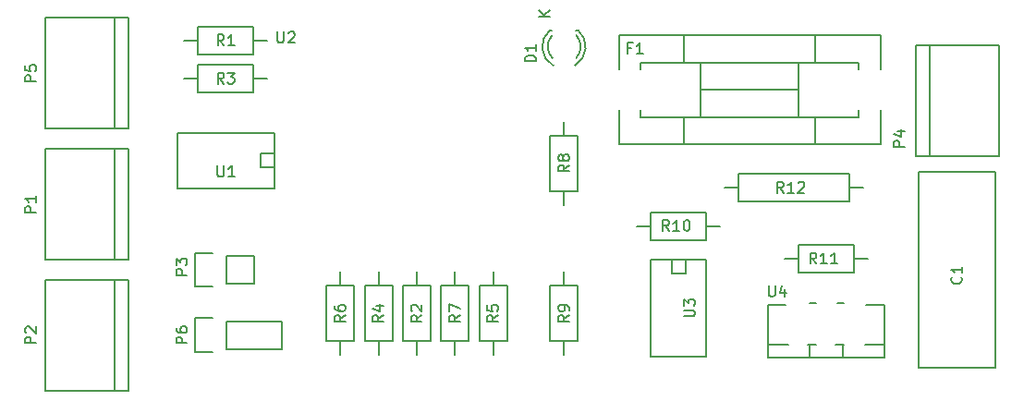
<source format=gbr>
G04 #@! TF.FileFunction,Legend,Top*
%FSLAX46Y46*%
G04 Gerber Fmt 4.6, Leading zero omitted, Abs format (unit mm)*
G04 Created by KiCad (PCBNEW 4.0.0-rc1-stable) date 12/10/2015 23:54:29*
%MOMM*%
G01*
G04 APERTURE LIST*
%ADD10C,0.100000*%
%ADD11C,0.150000*%
G04 APERTURE END LIST*
D10*
D11*
X134686000Y-58551000D02*
X134886000Y-58551000D01*
X137280000Y-58551000D02*
X137100000Y-58551000D01*
X136969643Y-61778744D02*
G75*
G03X137286000Y-58551000I-1003643J1727744D01*
G01*
X137099068Y-61103006D02*
G75*
G03X137100000Y-59000000I-1133068J1052006D01*
G01*
X134659274Y-58563780D02*
G75*
G03X135006000Y-61801000I1306726J-1497220D01*
G01*
X134886747Y-59037111D02*
G75*
G03X134906000Y-61085000I1079253J-1013889D01*
G01*
X151920000Y-71730000D02*
X151920000Y-74270000D01*
X151920000Y-74270000D02*
X162080000Y-74270000D01*
X162080000Y-74270000D02*
X162080000Y-71730000D01*
X162080000Y-71730000D02*
X151920000Y-71730000D01*
X163350000Y-73000000D02*
X162080000Y-73000000D01*
X150650000Y-73000000D02*
X151920000Y-73000000D01*
X154666000Y-87405000D02*
X156571000Y-87405000D01*
X159111000Y-87405000D02*
X158349000Y-87405000D01*
X161524000Y-87405000D02*
X161651000Y-87405000D01*
X161524000Y-87405000D02*
X160889000Y-87405000D01*
X165334000Y-87405000D02*
X163556000Y-87405000D01*
X165334000Y-83722000D02*
X163683000Y-83722000D01*
X161016000Y-83595000D02*
X161651000Y-83595000D01*
X158476000Y-83595000D02*
X159111000Y-83595000D01*
X154666000Y-83722000D02*
X156317000Y-83722000D01*
X161524000Y-88548000D02*
X161524000Y-87405000D01*
X158476000Y-88548000D02*
X158476000Y-87405000D01*
X154666000Y-87405000D02*
X154666000Y-83722000D01*
X165334000Y-83722000D02*
X165334000Y-87405000D01*
X154666000Y-88548000D02*
X154666000Y-87405000D01*
X165334000Y-87405000D02*
X165334000Y-88548000D01*
X160000000Y-88548000D02*
X165334000Y-88548000D01*
X160000000Y-88548000D02*
X154666000Y-88548000D01*
X107540000Y-60770000D02*
X102460000Y-60770000D01*
X102460000Y-60770000D02*
X102460000Y-58230000D01*
X102460000Y-58230000D02*
X107540000Y-58230000D01*
X107540000Y-58230000D02*
X107540000Y-60770000D01*
X107540000Y-59500000D02*
X108810000Y-59500000D01*
X102460000Y-59500000D02*
X101190000Y-59500000D01*
X107540000Y-64270000D02*
X102460000Y-64270000D01*
X102460000Y-64270000D02*
X102460000Y-61730000D01*
X102460000Y-61730000D02*
X107540000Y-61730000D01*
X107540000Y-61730000D02*
X107540000Y-64270000D01*
X107540000Y-63000000D02*
X108810000Y-63000000D01*
X102460000Y-63000000D02*
X101190000Y-63000000D01*
X134730000Y-73290000D02*
X134730000Y-68210000D01*
X134730000Y-68210000D02*
X137270000Y-68210000D01*
X137270000Y-68210000D02*
X137270000Y-73290000D01*
X137270000Y-73290000D02*
X134730000Y-73290000D01*
X136000000Y-73290000D02*
X136000000Y-74560000D01*
X136000000Y-68210000D02*
X136000000Y-66940000D01*
X137270000Y-81960000D02*
X137270000Y-87040000D01*
X137270000Y-87040000D02*
X134730000Y-87040000D01*
X134730000Y-87040000D02*
X134730000Y-81960000D01*
X134730000Y-81960000D02*
X137270000Y-81960000D01*
X136000000Y-81960000D02*
X136000000Y-80690000D01*
X136000000Y-87040000D02*
X136000000Y-88310000D01*
X143960000Y-75230000D02*
X149040000Y-75230000D01*
X149040000Y-75230000D02*
X149040000Y-77770000D01*
X149040000Y-77770000D02*
X143960000Y-77770000D01*
X143960000Y-77770000D02*
X143960000Y-75230000D01*
X143960000Y-76500000D02*
X142690000Y-76500000D01*
X149040000Y-76500000D02*
X150310000Y-76500000D01*
X162540000Y-80770000D02*
X157460000Y-80770000D01*
X157460000Y-80770000D02*
X157460000Y-78230000D01*
X157460000Y-78230000D02*
X162540000Y-78230000D01*
X162540000Y-78230000D02*
X162540000Y-80770000D01*
X162540000Y-79500000D02*
X163810000Y-79500000D01*
X157460000Y-79500000D02*
X156190000Y-79500000D01*
X109445000Y-73040000D02*
X100555000Y-73040000D01*
X100555000Y-73040000D02*
X100555000Y-67960000D01*
X100555000Y-67960000D02*
X109445000Y-67960000D01*
X109445000Y-67960000D02*
X109445000Y-73040000D01*
X109445000Y-71135000D02*
X108175000Y-71135000D01*
X108175000Y-71135000D02*
X108175000Y-69865000D01*
X108175000Y-69865000D02*
X109445000Y-69865000D01*
X149040000Y-79555000D02*
X149040000Y-88445000D01*
X149040000Y-88445000D02*
X143960000Y-88445000D01*
X143960000Y-88445000D02*
X143960000Y-79555000D01*
X143960000Y-79555000D02*
X149040000Y-79555000D01*
X147135000Y-79555000D02*
X147135000Y-80825000D01*
X147135000Y-80825000D02*
X145865000Y-80825000D01*
X145865000Y-80825000D02*
X145865000Y-79555000D01*
X175500000Y-71500000D02*
X175500000Y-89500000D01*
X175500000Y-89500000D02*
X168500000Y-89500000D01*
X168500000Y-89500000D02*
X168500000Y-71500000D01*
X168500000Y-71500000D02*
X175500000Y-71500000D01*
X147000520Y-61500640D02*
X147000520Y-58998740D01*
X147000520Y-69001260D02*
X147000520Y-66499360D01*
X158999480Y-69001260D02*
X158999480Y-66499360D01*
X158999480Y-58998740D02*
X158999480Y-61500640D01*
X148499120Y-64000000D02*
X157500880Y-64000000D01*
X148499120Y-61500640D02*
X148499120Y-66499360D01*
X157500880Y-61500640D02*
X157500880Y-66499360D01*
X162999980Y-62100080D02*
X162999980Y-61500640D01*
X143000020Y-65899920D02*
X143000020Y-66499360D01*
X143000020Y-66499360D02*
X162999980Y-66499360D01*
X162999980Y-66499360D02*
X162999980Y-65899920D01*
X162999980Y-61500640D02*
X143000020Y-61500640D01*
X143000020Y-61500640D02*
X143000020Y-62100080D01*
X164998960Y-62100080D02*
X164998960Y-58998740D01*
X141001040Y-65899920D02*
X141001040Y-69001260D01*
X141001040Y-69001260D02*
X164998960Y-69001260D01*
X164998960Y-69001260D02*
X164998960Y-65899920D01*
X164998960Y-58998740D02*
X141001040Y-58998740D01*
X141001040Y-58998740D02*
X141001040Y-62100080D01*
X94790000Y-69420000D02*
X94790000Y-79580000D01*
X96060000Y-69420000D02*
X88440000Y-69420000D01*
X88440000Y-69420000D02*
X88440000Y-79580000D01*
X88440000Y-79580000D02*
X96060000Y-79580000D01*
X96060000Y-79580000D02*
X96060000Y-69420000D01*
X94790000Y-81420000D02*
X94790000Y-91580000D01*
X96060000Y-81420000D02*
X88440000Y-81420000D01*
X88440000Y-81420000D02*
X88440000Y-91580000D01*
X88440000Y-91580000D02*
X96060000Y-91580000D01*
X96060000Y-91580000D02*
X96060000Y-81420000D01*
X169460000Y-70080000D02*
X169460000Y-59920000D01*
X168190000Y-70080000D02*
X175810000Y-70080000D01*
X175810000Y-70080000D02*
X175810000Y-59920000D01*
X175810000Y-59920000D02*
X168190000Y-59920000D01*
X168190000Y-59920000D02*
X168190000Y-70080000D01*
X121230000Y-87040000D02*
X121230000Y-81960000D01*
X121230000Y-81960000D02*
X123770000Y-81960000D01*
X123770000Y-81960000D02*
X123770000Y-87040000D01*
X123770000Y-87040000D02*
X121230000Y-87040000D01*
X122500000Y-87040000D02*
X122500000Y-88310000D01*
X122500000Y-81960000D02*
X122500000Y-80690000D01*
X117730000Y-87040000D02*
X117730000Y-81960000D01*
X117730000Y-81960000D02*
X120270000Y-81960000D01*
X120270000Y-81960000D02*
X120270000Y-87040000D01*
X120270000Y-87040000D02*
X117730000Y-87040000D01*
X119000000Y-87040000D02*
X119000000Y-88310000D01*
X119000000Y-81960000D02*
X119000000Y-80690000D01*
X128230000Y-87040000D02*
X128230000Y-81960000D01*
X128230000Y-81960000D02*
X130770000Y-81960000D01*
X130770000Y-81960000D02*
X130770000Y-87040000D01*
X130770000Y-87040000D02*
X128230000Y-87040000D01*
X129500000Y-87040000D02*
X129500000Y-88310000D01*
X129500000Y-81960000D02*
X129500000Y-80690000D01*
X114230000Y-87040000D02*
X114230000Y-81960000D01*
X114230000Y-81960000D02*
X116770000Y-81960000D01*
X116770000Y-81960000D02*
X116770000Y-87040000D01*
X116770000Y-87040000D02*
X114230000Y-87040000D01*
X115500000Y-87040000D02*
X115500000Y-88310000D01*
X115500000Y-81960000D02*
X115500000Y-80690000D01*
X127270000Y-81960000D02*
X127270000Y-87040000D01*
X127270000Y-87040000D02*
X124730000Y-87040000D01*
X124730000Y-87040000D02*
X124730000Y-81960000D01*
X124730000Y-81960000D02*
X127270000Y-81960000D01*
X126000000Y-81960000D02*
X126000000Y-80690000D01*
X126000000Y-87040000D02*
X126000000Y-88310000D01*
X105020000Y-79230000D02*
X107560000Y-79230000D01*
X102200000Y-78950000D02*
X103750000Y-78950000D01*
X105020000Y-79230000D02*
X105020000Y-81770000D01*
X103750000Y-82050000D02*
X102200000Y-82050000D01*
X102200000Y-82050000D02*
X102200000Y-78950000D01*
X105020000Y-81770000D02*
X107560000Y-81770000D01*
X107560000Y-81770000D02*
X107560000Y-79230000D01*
X94790000Y-57420000D02*
X94790000Y-67580000D01*
X96060000Y-57420000D02*
X88440000Y-57420000D01*
X88440000Y-57420000D02*
X88440000Y-67580000D01*
X88440000Y-67580000D02*
X96060000Y-67580000D01*
X96060000Y-67580000D02*
X96060000Y-57420000D01*
X105020000Y-87770000D02*
X110100000Y-87770000D01*
X110100000Y-87770000D02*
X110100000Y-85230000D01*
X110100000Y-85230000D02*
X105020000Y-85230000D01*
X102200000Y-84950000D02*
X103750000Y-84950000D01*
X105020000Y-85230000D02*
X105020000Y-87770000D01*
X103750000Y-88050000D02*
X102200000Y-88050000D01*
X102200000Y-88050000D02*
X102200000Y-84950000D01*
X133392381Y-61398095D02*
X132392381Y-61398095D01*
X132392381Y-61160000D01*
X132440000Y-61017142D01*
X132535238Y-60921904D01*
X132630476Y-60874285D01*
X132820952Y-60826666D01*
X132963810Y-60826666D01*
X133154286Y-60874285D01*
X133249524Y-60921904D01*
X133344762Y-61017142D01*
X133392381Y-61160000D01*
X133392381Y-61398095D01*
X133392381Y-59874285D02*
X133392381Y-60445714D01*
X133392381Y-60160000D02*
X132392381Y-60160000D01*
X132535238Y-60255238D01*
X132630476Y-60350476D01*
X132678095Y-60445714D01*
X134712381Y-57321905D02*
X133712381Y-57321905D01*
X134712381Y-56750476D02*
X134140952Y-57179048D01*
X133712381Y-56750476D02*
X134283810Y-57321905D01*
X156107143Y-73452381D02*
X155773809Y-72976190D01*
X155535714Y-73452381D02*
X155535714Y-72452381D01*
X155916667Y-72452381D01*
X156011905Y-72500000D01*
X156059524Y-72547619D01*
X156107143Y-72642857D01*
X156107143Y-72785714D01*
X156059524Y-72880952D01*
X156011905Y-72928571D01*
X155916667Y-72976190D01*
X155535714Y-72976190D01*
X157059524Y-73452381D02*
X156488095Y-73452381D01*
X156773809Y-73452381D02*
X156773809Y-72452381D01*
X156678571Y-72595238D01*
X156583333Y-72690476D01*
X156488095Y-72738095D01*
X157440476Y-72547619D02*
X157488095Y-72500000D01*
X157583333Y-72452381D01*
X157821429Y-72452381D01*
X157916667Y-72500000D01*
X157964286Y-72547619D01*
X158011905Y-72642857D01*
X158011905Y-72738095D01*
X157964286Y-72880952D01*
X157392857Y-73452381D01*
X158011905Y-73452381D01*
X154738095Y-81952381D02*
X154738095Y-82761905D01*
X154785714Y-82857143D01*
X154833333Y-82904762D01*
X154928571Y-82952381D01*
X155119048Y-82952381D01*
X155214286Y-82904762D01*
X155261905Y-82857143D01*
X155309524Y-82761905D01*
X155309524Y-81952381D01*
X156214286Y-82285714D02*
X156214286Y-82952381D01*
X155976190Y-81904762D02*
X155738095Y-82619048D01*
X156357143Y-82619048D01*
X104833334Y-59952381D02*
X104500000Y-59476190D01*
X104261905Y-59952381D02*
X104261905Y-58952381D01*
X104642858Y-58952381D01*
X104738096Y-59000000D01*
X104785715Y-59047619D01*
X104833334Y-59142857D01*
X104833334Y-59285714D01*
X104785715Y-59380952D01*
X104738096Y-59428571D01*
X104642858Y-59476190D01*
X104261905Y-59476190D01*
X105785715Y-59952381D02*
X105214286Y-59952381D01*
X105500000Y-59952381D02*
X105500000Y-58952381D01*
X105404762Y-59095238D01*
X105309524Y-59190476D01*
X105214286Y-59238095D01*
X104833334Y-63452381D02*
X104500000Y-62976190D01*
X104261905Y-63452381D02*
X104261905Y-62452381D01*
X104642858Y-62452381D01*
X104738096Y-62500000D01*
X104785715Y-62547619D01*
X104833334Y-62642857D01*
X104833334Y-62785714D01*
X104785715Y-62880952D01*
X104738096Y-62928571D01*
X104642858Y-62976190D01*
X104261905Y-62976190D01*
X105166667Y-62452381D02*
X105785715Y-62452381D01*
X105452381Y-62833333D01*
X105595239Y-62833333D01*
X105690477Y-62880952D01*
X105738096Y-62928571D01*
X105785715Y-63023810D01*
X105785715Y-63261905D01*
X105738096Y-63357143D01*
X105690477Y-63404762D01*
X105595239Y-63452381D01*
X105309524Y-63452381D01*
X105214286Y-63404762D01*
X105166667Y-63357143D01*
X136452381Y-70916666D02*
X135976190Y-71250000D01*
X136452381Y-71488095D02*
X135452381Y-71488095D01*
X135452381Y-71107142D01*
X135500000Y-71011904D01*
X135547619Y-70964285D01*
X135642857Y-70916666D01*
X135785714Y-70916666D01*
X135880952Y-70964285D01*
X135928571Y-71011904D01*
X135976190Y-71107142D01*
X135976190Y-71488095D01*
X135880952Y-70345238D02*
X135833333Y-70440476D01*
X135785714Y-70488095D01*
X135690476Y-70535714D01*
X135642857Y-70535714D01*
X135547619Y-70488095D01*
X135500000Y-70440476D01*
X135452381Y-70345238D01*
X135452381Y-70154761D01*
X135500000Y-70059523D01*
X135547619Y-70011904D01*
X135642857Y-69964285D01*
X135690476Y-69964285D01*
X135785714Y-70011904D01*
X135833333Y-70059523D01*
X135880952Y-70154761D01*
X135880952Y-70345238D01*
X135928571Y-70440476D01*
X135976190Y-70488095D01*
X136071429Y-70535714D01*
X136261905Y-70535714D01*
X136357143Y-70488095D01*
X136404762Y-70440476D01*
X136452381Y-70345238D01*
X136452381Y-70154761D01*
X136404762Y-70059523D01*
X136357143Y-70011904D01*
X136261905Y-69964285D01*
X136071429Y-69964285D01*
X135976190Y-70011904D01*
X135928571Y-70059523D01*
X135880952Y-70154761D01*
X136452381Y-84666666D02*
X135976190Y-85000000D01*
X136452381Y-85238095D02*
X135452381Y-85238095D01*
X135452381Y-84857142D01*
X135500000Y-84761904D01*
X135547619Y-84714285D01*
X135642857Y-84666666D01*
X135785714Y-84666666D01*
X135880952Y-84714285D01*
X135928571Y-84761904D01*
X135976190Y-84857142D01*
X135976190Y-85238095D01*
X136452381Y-84190476D02*
X136452381Y-84000000D01*
X136404762Y-83904761D01*
X136357143Y-83857142D01*
X136214286Y-83761904D01*
X136023810Y-83714285D01*
X135642857Y-83714285D01*
X135547619Y-83761904D01*
X135500000Y-83809523D01*
X135452381Y-83904761D01*
X135452381Y-84095238D01*
X135500000Y-84190476D01*
X135547619Y-84238095D01*
X135642857Y-84285714D01*
X135880952Y-84285714D01*
X135976190Y-84238095D01*
X136023810Y-84190476D01*
X136071429Y-84095238D01*
X136071429Y-83904761D01*
X136023810Y-83809523D01*
X135976190Y-83761904D01*
X135880952Y-83714285D01*
X145607143Y-76952381D02*
X145273809Y-76476190D01*
X145035714Y-76952381D02*
X145035714Y-75952381D01*
X145416667Y-75952381D01*
X145511905Y-76000000D01*
X145559524Y-76047619D01*
X145607143Y-76142857D01*
X145607143Y-76285714D01*
X145559524Y-76380952D01*
X145511905Y-76428571D01*
X145416667Y-76476190D01*
X145035714Y-76476190D01*
X146559524Y-76952381D02*
X145988095Y-76952381D01*
X146273809Y-76952381D02*
X146273809Y-75952381D01*
X146178571Y-76095238D01*
X146083333Y-76190476D01*
X145988095Y-76238095D01*
X147178571Y-75952381D02*
X147273810Y-75952381D01*
X147369048Y-76000000D01*
X147416667Y-76047619D01*
X147464286Y-76142857D01*
X147511905Y-76333333D01*
X147511905Y-76571429D01*
X147464286Y-76761905D01*
X147416667Y-76857143D01*
X147369048Y-76904762D01*
X147273810Y-76952381D01*
X147178571Y-76952381D01*
X147083333Y-76904762D01*
X147035714Y-76857143D01*
X146988095Y-76761905D01*
X146940476Y-76571429D01*
X146940476Y-76333333D01*
X146988095Y-76142857D01*
X147035714Y-76047619D01*
X147083333Y-76000000D01*
X147178571Y-75952381D01*
X159107143Y-79952381D02*
X158773809Y-79476190D01*
X158535714Y-79952381D02*
X158535714Y-78952381D01*
X158916667Y-78952381D01*
X159011905Y-79000000D01*
X159059524Y-79047619D01*
X159107143Y-79142857D01*
X159107143Y-79285714D01*
X159059524Y-79380952D01*
X159011905Y-79428571D01*
X158916667Y-79476190D01*
X158535714Y-79476190D01*
X160059524Y-79952381D02*
X159488095Y-79952381D01*
X159773809Y-79952381D02*
X159773809Y-78952381D01*
X159678571Y-79095238D01*
X159583333Y-79190476D01*
X159488095Y-79238095D01*
X161011905Y-79952381D02*
X160440476Y-79952381D01*
X160726190Y-79952381D02*
X160726190Y-78952381D01*
X160630952Y-79095238D01*
X160535714Y-79190476D01*
X160440476Y-79238095D01*
X104238095Y-70968381D02*
X104238095Y-71777905D01*
X104285714Y-71873143D01*
X104333333Y-71920762D01*
X104428571Y-71968381D01*
X104619048Y-71968381D01*
X104714286Y-71920762D01*
X104761905Y-71873143D01*
X104809524Y-71777905D01*
X104809524Y-70968381D01*
X105809524Y-71968381D02*
X105238095Y-71968381D01*
X105523809Y-71968381D02*
X105523809Y-70968381D01*
X105428571Y-71111238D01*
X105333333Y-71206476D01*
X105238095Y-71254095D01*
X146968381Y-84761905D02*
X147777905Y-84761905D01*
X147873143Y-84714286D01*
X147920762Y-84666667D01*
X147968381Y-84571429D01*
X147968381Y-84380952D01*
X147920762Y-84285714D01*
X147873143Y-84238095D01*
X147777905Y-84190476D01*
X146968381Y-84190476D01*
X146968381Y-83809524D02*
X146968381Y-83190476D01*
X147349333Y-83523810D01*
X147349333Y-83380952D01*
X147396952Y-83285714D01*
X147444571Y-83238095D01*
X147539810Y-83190476D01*
X147777905Y-83190476D01*
X147873143Y-83238095D01*
X147920762Y-83285714D01*
X147968381Y-83380952D01*
X147968381Y-83666667D01*
X147920762Y-83761905D01*
X147873143Y-83809524D01*
X172357143Y-81166666D02*
X172404762Y-81214285D01*
X172452381Y-81357142D01*
X172452381Y-81452380D01*
X172404762Y-81595238D01*
X172309524Y-81690476D01*
X172214286Y-81738095D01*
X172023810Y-81785714D01*
X171880952Y-81785714D01*
X171690476Y-81738095D01*
X171595238Y-81690476D01*
X171500000Y-81595238D01*
X171452381Y-81452380D01*
X171452381Y-81357142D01*
X171500000Y-81214285D01*
X171547619Y-81166666D01*
X172452381Y-80214285D02*
X172452381Y-80785714D01*
X172452381Y-80500000D02*
X171452381Y-80500000D01*
X171595238Y-80595238D01*
X171690476Y-80690476D01*
X171738095Y-80785714D01*
X142166667Y-60178571D02*
X141833333Y-60178571D01*
X141833333Y-60702381D02*
X141833333Y-59702381D01*
X142309524Y-59702381D01*
X143214286Y-60702381D02*
X142642857Y-60702381D01*
X142928571Y-60702381D02*
X142928571Y-59702381D01*
X142833333Y-59845238D01*
X142738095Y-59940476D01*
X142642857Y-59988095D01*
X87622381Y-75238095D02*
X86622381Y-75238095D01*
X86622381Y-74857142D01*
X86670000Y-74761904D01*
X86717619Y-74714285D01*
X86812857Y-74666666D01*
X86955714Y-74666666D01*
X87050952Y-74714285D01*
X87098571Y-74761904D01*
X87146190Y-74857142D01*
X87146190Y-75238095D01*
X87622381Y-73714285D02*
X87622381Y-74285714D01*
X87622381Y-74000000D02*
X86622381Y-74000000D01*
X86765238Y-74095238D01*
X86860476Y-74190476D01*
X86908095Y-74285714D01*
X87622381Y-87238095D02*
X86622381Y-87238095D01*
X86622381Y-86857142D01*
X86670000Y-86761904D01*
X86717619Y-86714285D01*
X86812857Y-86666666D01*
X86955714Y-86666666D01*
X87050952Y-86714285D01*
X87098571Y-86761904D01*
X87146190Y-86857142D01*
X87146190Y-87238095D01*
X86717619Y-86285714D02*
X86670000Y-86238095D01*
X86622381Y-86142857D01*
X86622381Y-85904761D01*
X86670000Y-85809523D01*
X86717619Y-85761904D01*
X86812857Y-85714285D01*
X86908095Y-85714285D01*
X87050952Y-85761904D01*
X87622381Y-86333333D01*
X87622381Y-85714285D01*
X167202381Y-69238095D02*
X166202381Y-69238095D01*
X166202381Y-68857142D01*
X166250000Y-68761904D01*
X166297619Y-68714285D01*
X166392857Y-68666666D01*
X166535714Y-68666666D01*
X166630952Y-68714285D01*
X166678571Y-68761904D01*
X166726190Y-68857142D01*
X166726190Y-69238095D01*
X166535714Y-67809523D02*
X167202381Y-67809523D01*
X166154762Y-68047619D02*
X166869048Y-68285714D01*
X166869048Y-67666666D01*
X122952381Y-84666666D02*
X122476190Y-85000000D01*
X122952381Y-85238095D02*
X121952381Y-85238095D01*
X121952381Y-84857142D01*
X122000000Y-84761904D01*
X122047619Y-84714285D01*
X122142857Y-84666666D01*
X122285714Y-84666666D01*
X122380952Y-84714285D01*
X122428571Y-84761904D01*
X122476190Y-84857142D01*
X122476190Y-85238095D01*
X122047619Y-84285714D02*
X122000000Y-84238095D01*
X121952381Y-84142857D01*
X121952381Y-83904761D01*
X122000000Y-83809523D01*
X122047619Y-83761904D01*
X122142857Y-83714285D01*
X122238095Y-83714285D01*
X122380952Y-83761904D01*
X122952381Y-84333333D01*
X122952381Y-83714285D01*
X119452381Y-84666666D02*
X118976190Y-85000000D01*
X119452381Y-85238095D02*
X118452381Y-85238095D01*
X118452381Y-84857142D01*
X118500000Y-84761904D01*
X118547619Y-84714285D01*
X118642857Y-84666666D01*
X118785714Y-84666666D01*
X118880952Y-84714285D01*
X118928571Y-84761904D01*
X118976190Y-84857142D01*
X118976190Y-85238095D01*
X118785714Y-83809523D02*
X119452381Y-83809523D01*
X118404762Y-84047619D02*
X119119048Y-84285714D01*
X119119048Y-83666666D01*
X129952381Y-84666666D02*
X129476190Y-85000000D01*
X129952381Y-85238095D02*
X128952381Y-85238095D01*
X128952381Y-84857142D01*
X129000000Y-84761904D01*
X129047619Y-84714285D01*
X129142857Y-84666666D01*
X129285714Y-84666666D01*
X129380952Y-84714285D01*
X129428571Y-84761904D01*
X129476190Y-84857142D01*
X129476190Y-85238095D01*
X128952381Y-83761904D02*
X128952381Y-84238095D01*
X129428571Y-84285714D01*
X129380952Y-84238095D01*
X129333333Y-84142857D01*
X129333333Y-83904761D01*
X129380952Y-83809523D01*
X129428571Y-83761904D01*
X129523810Y-83714285D01*
X129761905Y-83714285D01*
X129857143Y-83761904D01*
X129904762Y-83809523D01*
X129952381Y-83904761D01*
X129952381Y-84142857D01*
X129904762Y-84238095D01*
X129857143Y-84285714D01*
X115952381Y-84666666D02*
X115476190Y-85000000D01*
X115952381Y-85238095D02*
X114952381Y-85238095D01*
X114952381Y-84857142D01*
X115000000Y-84761904D01*
X115047619Y-84714285D01*
X115142857Y-84666666D01*
X115285714Y-84666666D01*
X115380952Y-84714285D01*
X115428571Y-84761904D01*
X115476190Y-84857142D01*
X115476190Y-85238095D01*
X114952381Y-83809523D02*
X114952381Y-84000000D01*
X115000000Y-84095238D01*
X115047619Y-84142857D01*
X115190476Y-84238095D01*
X115380952Y-84285714D01*
X115761905Y-84285714D01*
X115857143Y-84238095D01*
X115904762Y-84190476D01*
X115952381Y-84095238D01*
X115952381Y-83904761D01*
X115904762Y-83809523D01*
X115857143Y-83761904D01*
X115761905Y-83714285D01*
X115523810Y-83714285D01*
X115428571Y-83761904D01*
X115380952Y-83809523D01*
X115333333Y-83904761D01*
X115333333Y-84095238D01*
X115380952Y-84190476D01*
X115428571Y-84238095D01*
X115523810Y-84285714D01*
X126452381Y-84666666D02*
X125976190Y-85000000D01*
X126452381Y-85238095D02*
X125452381Y-85238095D01*
X125452381Y-84857142D01*
X125500000Y-84761904D01*
X125547619Y-84714285D01*
X125642857Y-84666666D01*
X125785714Y-84666666D01*
X125880952Y-84714285D01*
X125928571Y-84761904D01*
X125976190Y-84857142D01*
X125976190Y-85238095D01*
X125452381Y-84333333D02*
X125452381Y-83666666D01*
X126452381Y-84095238D01*
X101452381Y-80988095D02*
X100452381Y-80988095D01*
X100452381Y-80607142D01*
X100500000Y-80511904D01*
X100547619Y-80464285D01*
X100642857Y-80416666D01*
X100785714Y-80416666D01*
X100880952Y-80464285D01*
X100928571Y-80511904D01*
X100976190Y-80607142D01*
X100976190Y-80988095D01*
X100452381Y-80083333D02*
X100452381Y-79464285D01*
X100833333Y-79797619D01*
X100833333Y-79654761D01*
X100880952Y-79559523D01*
X100928571Y-79511904D01*
X101023810Y-79464285D01*
X101261905Y-79464285D01*
X101357143Y-79511904D01*
X101404762Y-79559523D01*
X101452381Y-79654761D01*
X101452381Y-79940476D01*
X101404762Y-80035714D01*
X101357143Y-80083333D01*
X87622381Y-63238095D02*
X86622381Y-63238095D01*
X86622381Y-62857142D01*
X86670000Y-62761904D01*
X86717619Y-62714285D01*
X86812857Y-62666666D01*
X86955714Y-62666666D01*
X87050952Y-62714285D01*
X87098571Y-62761904D01*
X87146190Y-62857142D01*
X87146190Y-63238095D01*
X86622381Y-61761904D02*
X86622381Y-62238095D01*
X87098571Y-62285714D01*
X87050952Y-62238095D01*
X87003333Y-62142857D01*
X87003333Y-61904761D01*
X87050952Y-61809523D01*
X87098571Y-61761904D01*
X87193810Y-61714285D01*
X87431905Y-61714285D01*
X87527143Y-61761904D01*
X87574762Y-61809523D01*
X87622381Y-61904761D01*
X87622381Y-62142857D01*
X87574762Y-62238095D01*
X87527143Y-62285714D01*
X109738095Y-58702381D02*
X109738095Y-59511905D01*
X109785714Y-59607143D01*
X109833333Y-59654762D01*
X109928571Y-59702381D01*
X110119048Y-59702381D01*
X110214286Y-59654762D01*
X110261905Y-59607143D01*
X110309524Y-59511905D01*
X110309524Y-58702381D01*
X110738095Y-58797619D02*
X110785714Y-58750000D01*
X110880952Y-58702381D01*
X111119048Y-58702381D01*
X111214286Y-58750000D01*
X111261905Y-58797619D01*
X111309524Y-58892857D01*
X111309524Y-58988095D01*
X111261905Y-59130952D01*
X110690476Y-59702381D01*
X111309524Y-59702381D01*
X101452381Y-87238095D02*
X100452381Y-87238095D01*
X100452381Y-86857142D01*
X100500000Y-86761904D01*
X100547619Y-86714285D01*
X100642857Y-86666666D01*
X100785714Y-86666666D01*
X100880952Y-86714285D01*
X100928571Y-86761904D01*
X100976190Y-86857142D01*
X100976190Y-87238095D01*
X100452381Y-85809523D02*
X100452381Y-86000000D01*
X100500000Y-86095238D01*
X100547619Y-86142857D01*
X100690476Y-86238095D01*
X100880952Y-86285714D01*
X101261905Y-86285714D01*
X101357143Y-86238095D01*
X101404762Y-86190476D01*
X101452381Y-86095238D01*
X101452381Y-85904761D01*
X101404762Y-85809523D01*
X101357143Y-85761904D01*
X101261905Y-85714285D01*
X101023810Y-85714285D01*
X100928571Y-85761904D01*
X100880952Y-85809523D01*
X100833333Y-85904761D01*
X100833333Y-86095238D01*
X100880952Y-86190476D01*
X100928571Y-86238095D01*
X101023810Y-86285714D01*
M02*

</source>
